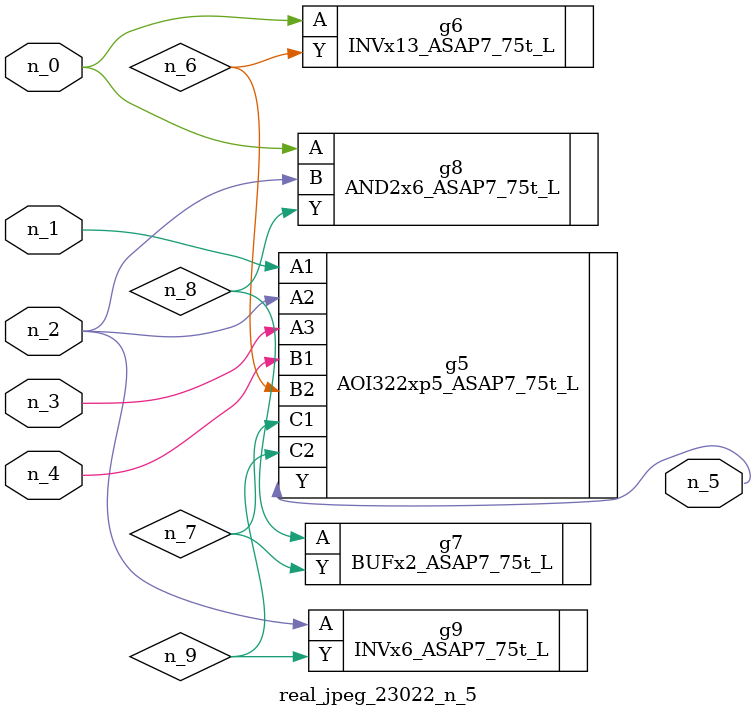
<source format=v>
module real_jpeg_23022_n_5 (n_4, n_0, n_1, n_2, n_3, n_5);

input n_4;
input n_0;
input n_1;
input n_2;
input n_3;

output n_5;

wire n_8;
wire n_6;
wire n_7;
wire n_9;

INVx13_ASAP7_75t_L g6 ( 
.A(n_0),
.Y(n_6)
);

AND2x6_ASAP7_75t_L g8 ( 
.A(n_0),
.B(n_2),
.Y(n_8)
);

AOI322xp5_ASAP7_75t_L g5 ( 
.A1(n_1),
.A2(n_2),
.A3(n_3),
.B1(n_4),
.B2(n_6),
.C1(n_7),
.C2(n_9),
.Y(n_5)
);

INVx6_ASAP7_75t_L g9 ( 
.A(n_2),
.Y(n_9)
);

BUFx2_ASAP7_75t_L g7 ( 
.A(n_8),
.Y(n_7)
);


endmodule
</source>
